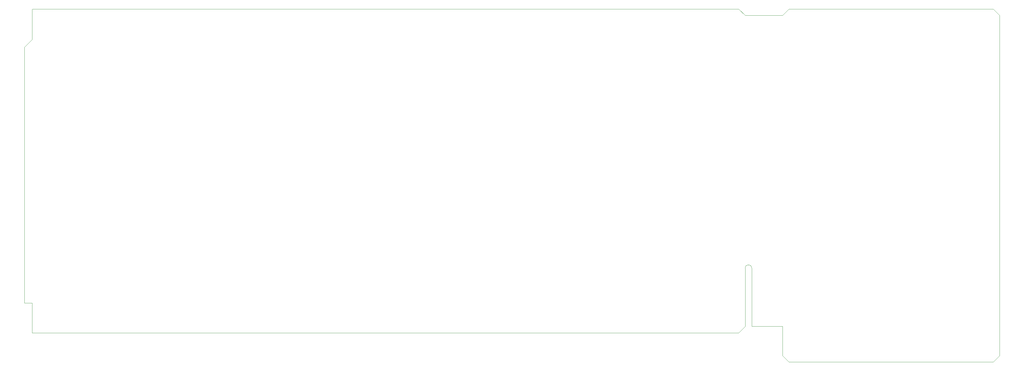
<source format=gm1>
G04*
G04 #@! TF.GenerationSoftware,Altium Limited,Altium Designer,24.8.2 (39)*
G04*
G04 Layer_Color=16711935*
%FSLAX25Y25*%
%MOIN*%
G70*
G04*
G04 #@! TF.SameCoordinates,C1053C66-5238-42FC-9F49-9D65F9AD5EA5*
G04*
G04*
G04 #@! TF.FilePolarity,Positive*
G04*
G01*
G75*
%ADD13C,0.00394*%
D13*
X860114Y56890D02*
G03*
X852240Y56890I-3937J0D01*
G01*
X897556Y-49406D02*
Y-13977D01*
X-13659Y371850D02*
X844365D01*
X852239Y363976D02*
X897551D01*
X-23230Y325572D02*
X-14057Y334745D01*
Y371453D01*
X-13659Y371850D01*
X-23230Y14370D02*
X-14057D01*
X-23230Y325572D02*
X-23230Y14370D01*
X844365Y371850D02*
X852239Y363978D01*
X844365Y-21850D02*
X852239Y-13977D01*
X-14057Y-21850D02*
X844365D01*
X-14057D02*
Y14370D01*
X852239Y-13977D02*
Y56936D01*
X860114Y-13977D02*
Y56890D01*
X860311Y-13977D02*
X897559D01*
X897551Y363976D02*
X897556Y363972D01*
X897559Y363976D02*
X905433Y371850D01*
X1153466Y371850D01*
X1161339Y363978D01*
X905431Y-57282D02*
X1153465D01*
X1161339Y-49408D01*
X1161339Y363978D02*
X1161339Y-49408D01*
X897556Y-49406D02*
X905431Y-57282D01*
M02*

</source>
